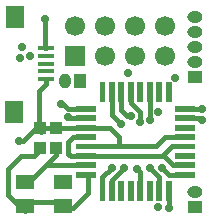
<source format=gbr>
G04 DipTrace 2.4.0.2*
%INTop.gbr*%
%MOMM*%
%ADD14C,0.4*%
%ADD16R,1.3X1.0*%
%ADD18O,1.3X1.0*%
%ADD19C,0.7*%
%ADD20R,1.0X1.1*%
%ADD21R,1.4X0.4*%
%ADD22R,1.5X1.9*%
%ADD23R,1.6X1.3*%
%ADD27R,1.0X1.3*%
%ADD28O,1.0X1.3*%
%ADD30R,1.7X1.7*%
%ADD32C,1.7*%
%FSLAX53Y53*%
G04*
G71*
G90*
G75*
G01*
%LNTop*%
%LPD*%
X18300Y12200D2*
D14*
Y13400D1*
X19100Y14200D1*
Y12200D2*
Y13200D1*
X20100Y14200D1*
X21500Y12200D2*
Y13800D1*
X21200Y14100D1*
X23100Y12200D2*
Y13400D1*
X22300Y14200D1*
X23900Y12200D2*
Y10800D1*
X25300Y13600D2*
X23900D1*
X23300Y14200D1*
X19100Y20600D2*
Y18700D1*
X19900Y17900D1*
X25300Y14400D2*
X24300D1*
X23500Y15200D1*
X16900D1*
X25300Y16000D2*
X24193D1*
X23446Y15254D1*
X23500Y15200D1*
X16900Y16800D2*
X15800D1*
X15400Y16400D1*
Y15400D1*
X15600Y15200D1*
X16900D1*
Y16000D2*
X19700D1*
X22800D1*
X23600Y16800D1*
X25300D1*
X16900Y17600D2*
X18900D1*
X19700Y16800D1*
Y16000D1*
X16900Y17600D2*
X15900D1*
X14400D1*
X13000D2*
X14400D1*
X13500Y21700D2*
Y21300D1*
X12900Y20700D1*
Y17800D1*
X13100D1*
Y17200D1*
X12700Y17600D1*
X13000D1*
X11200Y16500D2*
X11600D1*
X12900Y17800D1*
X16900Y18400D2*
X15500D1*
X15400Y18500D1*
X16900Y14400D2*
X13500D1*
X12100Y13000D1*
X11700D1*
X12100D2*
X14400Y15300D1*
Y15900D1*
X15000Y11000D2*
X14800Y10800D1*
X15800D1*
X17100Y12100D1*
Y13600D1*
X16900D1*
X15000Y11000D2*
Y11300D1*
X11700D1*
Y11000D1*
Y10500D1*
X10300Y11900D1*
Y14100D1*
X11400Y15200D1*
X12500D1*
X13000Y15700D1*
Y15900D1*
X13500Y24300D2*
X13400D1*
Y26800D1*
X14800Y19600D2*
X15000D1*
X15400Y19200D1*
X16900D1*
X20700Y18600D2*
X20400D1*
X19900Y19100D1*
Y20600D1*
X20700D2*
Y19700D1*
X21500Y18900D1*
Y18100D1*
X22300Y20600D2*
Y18200D1*
X25300Y19200D2*
X26700D1*
X25300Y18400D2*
X26500D1*
X26700Y18200D1*
G36*
X16050Y18950D2*
Y19450D1*
X17750D1*
Y18950D1*
X16050D1*
G37*
G36*
Y18150D2*
Y18650D1*
X17750D1*
Y18150D1*
X16050D1*
G37*
G36*
Y17350D2*
Y17850D1*
X17750D1*
Y17350D1*
X16050D1*
G37*
G36*
Y16550D2*
Y17050D1*
X17750D1*
Y16550D1*
X16050D1*
G37*
G36*
Y15750D2*
Y16250D1*
X17750D1*
Y15750D1*
X16050D1*
G37*
G36*
Y14950D2*
Y15450D1*
X17750D1*
Y14950D1*
X16050D1*
G37*
G36*
Y14150D2*
Y14650D1*
X17750D1*
Y14150D1*
X16050D1*
G37*
G36*
Y13350D2*
Y13850D1*
X17750D1*
Y13350D1*
X16050D1*
G37*
G36*
X18050Y13050D2*
X18550D1*
Y11350D1*
X18050D1*
Y13050D1*
G37*
G36*
X18850D2*
X19350D1*
Y11350D1*
X18850D1*
Y13050D1*
G37*
G36*
X19650D2*
X20150D1*
Y11350D1*
X19650D1*
Y13050D1*
G37*
G36*
X20450D2*
X20950D1*
Y11350D1*
X20450D1*
Y13050D1*
G37*
G36*
X21250D2*
X21750D1*
Y11350D1*
X21250D1*
Y13050D1*
G37*
G36*
X22050D2*
X22550D1*
Y11350D1*
X22050D1*
Y13050D1*
G37*
G36*
X22850D2*
X23350D1*
Y11350D1*
X22850D1*
Y13050D1*
G37*
G36*
X23650D2*
X24150D1*
Y11350D1*
X23650D1*
Y13050D1*
G37*
G36*
X24450Y13350D2*
Y13850D1*
X26150D1*
Y13350D1*
X24450D1*
G37*
G36*
Y14150D2*
Y14650D1*
X26150D1*
Y14150D1*
X24450D1*
G37*
G36*
Y14950D2*
Y15450D1*
X26150D1*
Y14950D1*
X24450D1*
G37*
G36*
Y15750D2*
Y16250D1*
X26150D1*
Y15750D1*
X24450D1*
G37*
G36*
Y16550D2*
Y17050D1*
X26150D1*
Y16550D1*
X24450D1*
G37*
G36*
Y17350D2*
Y17850D1*
X26150D1*
Y17350D1*
X24450D1*
G37*
G36*
Y18150D2*
Y18650D1*
X26150D1*
Y18150D1*
X24450D1*
G37*
G36*
Y18950D2*
Y19450D1*
X26150D1*
Y18950D1*
X24450D1*
G37*
G36*
X23650Y21450D2*
X24150D1*
Y19750D1*
X23650D1*
Y21450D1*
G37*
G36*
X22850D2*
X23350D1*
Y19750D1*
X22850D1*
Y21450D1*
G37*
G36*
X22050D2*
X22550D1*
Y19750D1*
X22050D1*
Y21450D1*
G37*
G36*
X21250D2*
X21750D1*
Y19750D1*
X21250D1*
Y21450D1*
G37*
G36*
X20450D2*
X20950D1*
Y19750D1*
X20450D1*
Y21450D1*
G37*
G36*
X19650D2*
X20150D1*
Y19750D1*
X19650D1*
Y21450D1*
G37*
G36*
X18850D2*
X19350D1*
Y19750D1*
X18850D1*
Y21450D1*
G37*
G36*
X18050D2*
X18550D1*
Y19750D1*
X18050D1*
Y21450D1*
G37*
D16*
X26100Y21900D3*
D18*
Y23170D3*
Y24440D3*
Y25710D3*
Y26980D3*
D19*
X26700Y19200D3*
X19100Y14200D3*
X20100D3*
X21200Y14100D3*
X22300Y14200D3*
X23300D3*
X19900Y17900D3*
X23900Y10800D3*
X15400Y18500D3*
D20*
X14400Y15900D3*
Y17600D3*
X13000Y15900D3*
Y17600D3*
D21*
X13500Y21700D3*
Y22350D3*
Y23000D3*
Y23650D3*
Y24300D3*
D22*
X10900Y27000D3*
X10800Y18900D3*
D23*
X11700Y11000D3*
X15000D3*
X11700Y13000D3*
X15000D3*
D19*
X13400Y26800D3*
D27*
X16400Y21500D3*
D28*
X15130D3*
D16*
X26100Y10900D3*
D18*
Y12170D3*
D19*
X11200Y16500D3*
D30*
X16000Y23700D3*
D32*
Y26240D3*
X18540Y23700D3*
Y26240D3*
X21080Y23700D3*
Y26240D3*
X23620Y23700D3*
Y26240D3*
D19*
X20700Y18600D3*
X21500Y18100D3*
X22300Y18200D3*
X23000Y18900D3*
X11500Y24400D3*
X11300Y23500D3*
X12200Y23700D3*
X26700Y18200D3*
X24400Y21800D3*
X20500Y22200D3*
X14800Y19600D3*
X23000Y10900D3*
M02*

</source>
